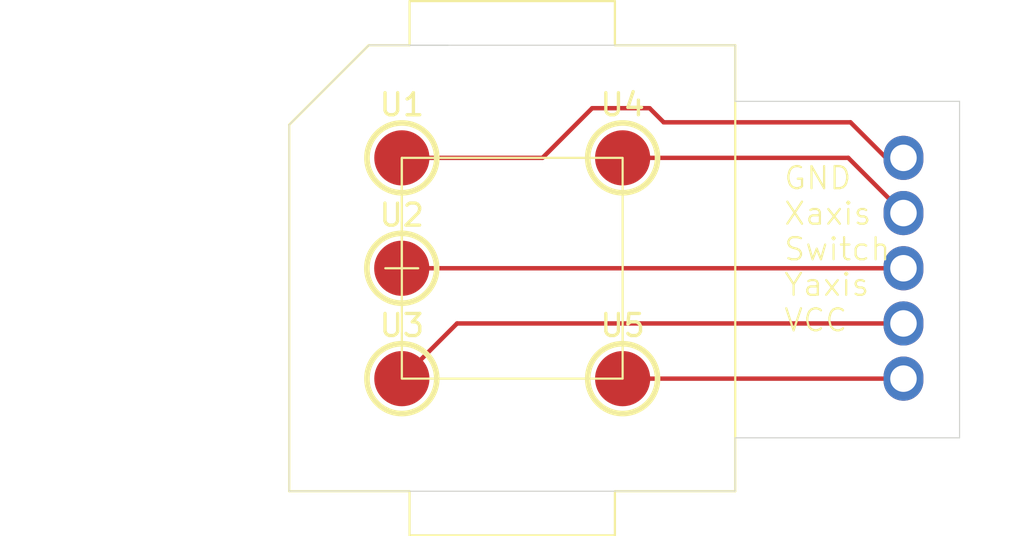
<source format=kicad_pcb>
(kicad_pcb (version 20240108) (generator "pcbnew") (generator_version "8.0")
  (layers (0 "F.Cu" signal) (31 "B.Cu" signal) (34 "B.Paste" user) (35 "F.Paste" user) (36 "B.SilkS" user "B.Silkscreen") (37 "F.SilkS" user "F.Silkscreen") (38 "B.Mask" user) (39 "F.Mask" user) (44 "Edge.Cuts" user))
  (net 0 "")
  (footprint "Pad_gge1516998" (layer "F.Cu") (at 113.14 73.3 180)
    (property "Reference" "Pad_gge1516998" (hide yes))
    (property "Value" "Pad_gge1516998" (hide yes))
    (pad "2" thru_hole oval (at 0 0 180) (size 1.8 2) (drill 1.2) (layers "*.Cu" "*.Mask"))
  )
  (footprint "Pad_gge1516998" (layer "F.Cu") (at 113.14 70.8 180)
    (property "Reference" "Pad_gge1516998" (hide yes))
    (property "Value" "Pad_gge1516998" (hide yes))
    (pad "2" thru_hole oval (at 0 0 180) (size 1.8 2) (drill 1.2) (layers "*.Cu" "*.Mask"))
  )
  (footprint "parts:SMD_BD2.0-L2.0-W2.0_C9900001905 pogo pin" (layer "F.Cu") (at 90.42 75.8)
    (property "Reference" "U3" (at 0 -2.408 0) (layer "F.SilkS"))
    (property "Value" "SMD_BD2.0-L2.0-W2.0_C9900001905 pogo pin")
    (fp_circle (center 0 0) (end 1.581 0) (stroke (width 0.254)) (fill none) (layer "F.SilkS"))
    (pad "1" smd circle (at 0 0) (size 2.5 2.5) (layers "F.Cu" "F.Paste" "F.Mask"))
  )
  (footprint "parts:SMD_BD2.0-L2.0-W2.0_C9900001905 pogo pin" (layer "F.Cu") (at 100.42 75.8)
    (property "Reference" "U5" (at 0 -2.408 0) (layer "F.SilkS"))
    (property "Value" "SMD_BD2.0-L2.0-W2.0_C9900001905 pogo pin")
    (fp_circle (center 0 0) (end 1.581 0) (stroke (width 0.254)) (fill none) (layer "F.SilkS"))
    (pad "1" smd circle (at 0 0) (size 2.5 2.5) (layers "F.Cu" "F.Paste" "F.Mask"))
  )
  (footprint "Pad_gge1516998" (layer "F.Cu") (at 113.14 65.8 180)
    (property "Reference" "Pad_gge1516998" (hide yes))
    (property "Value" "Pad_gge1516998" (hide yes))
    (pad "2" thru_hole oval (at 0 0 180) (size 1.8 2) (drill 1.2) (layers "*.Cu" "*.Mask"))
  )
  (footprint "parts:SMD_BD2.0-L2.0-W2.0_C9900001905 pogo pin" (layer "F.Cu") (at 90.415 70.8)
    (property "Reference" "U2" (at 0 -2.408 0) (layer "F.SilkS"))
    (property "Value" "SMD_BD2.0-L2.0-W2.0_C9900001905 pogo pin")
    (fp_circle (center 0 0) (end 1.581 0) (stroke (width 0.254)) (fill none) (layer "F.SilkS"))
    (pad "1" smd circle (at 0 0) (size 2.5 2.5) (layers "F.Cu" "F.Paste" "F.Mask"))
  )
  (footprint "parts:SMD_BD2.0-L2.0-W2.0_C9900001905 pogo pin" (layer "F.Cu") (at 90.42 65.8)
    (property "Reference" "U1" (at 0 -2.408 0) (layer "F.SilkS"))
    (property "Value" "SMD_BD2.0-L2.0-W2.0_C9900001905 pogo pin")
    (fp_circle (center 0 0) (end 1.581 0) (stroke (width 0.254)) (fill none) (layer "F.SilkS"))
    (pad "1" smd circle (at 0 0) (size 2.5 2.5) (layers "F.Cu" "F.Paste" "F.Mask"))
  )
  (footprint "parts:SMD_BD2.0-L2.0-W2.0_C9900001905 pogo pin" (layer "F.Cu") (at 100.42 65.8)
    (property "Reference" "U4" (at 0 -2.408 0) (layer "F.SilkS"))
    (property "Value" "SMD_BD2.0-L2.0-W2.0_C9900001905 pogo pin")
    (fp_circle (center 0 0) (end 1.581 0) (stroke (width 0.254)) (fill none) (layer "F.SilkS"))
    (pad "1" smd circle (at 0 0) (size 2.5 2.5) (layers "F.Cu" "F.Paste" "F.Mask"))
  )
  (footprint "Pad_gge1516998" (layer "F.Cu") (at 113.14 68.3 180)
    (property "Reference" "Pad_gge1516998" (hide yes))
    (property "Value" "Pad_gge1516998" (hide yes))
    (pad "2" thru_hole oval (at 0 0 180) (size 1.8 2) (drill 1.2) (layers "*.Cu" "*.Mask"))
  )
  (footprint "Pad_gge1516998" (layer "F.Cu") (at 113.14 75.8 180)
    (property "Reference" "Pad_gge1516998" (hide yes))
    (property "Value" "Pad_gge1516998" (hide yes))
    (pad "2" thru_hole oval (at 0 0 180) (size 1.8 2) (drill 1.2) (layers "*.Cu" "*.Mask"))
  )
  (gr_line (start 85.32 64.3) (end 85.32 80.9) (stroke (width 0.1)) (layer "F.SilkS"))
  (gr_line (start 90.77 58.7) (end 90.77 60.7) (stroke (width 0.1)) (layer "F.SilkS"))
  (gr_line (start 90.77 82.9) (end 100.07 82.9) (stroke (width 0.1)) (layer "F.SilkS"))
  (gr_line (start 100.07 80.9) (end 105.52 80.9) (stroke (width 0.1)) (layer "F.SilkS"))
  (gr_line (start 90.42 70.8) (end 90.42 65.8) (stroke (width 0.1)) (layer "F.SilkS"))
  (gr_line (start 91.16 70.8) (end 89.67 70.8) (stroke (width 0.1)) (layer "F.SilkS"))
  (gr_line (start 88.92 60.7) (end 90.77 60.7) (stroke (width 0.1)) (layer "F.SilkS"))
  (gr_line (start 85.32 80.9) (end 90.77 80.9) (stroke (width 0.1)) (layer "F.SilkS"))
  (gr_rect (start 90.42 65.8) (end 100.42 75.8) (stroke (width 0.1)) (fill none) (layer "F.SilkS"))
  (gr_line (start 105.52 80.9) (end 105.52 60.7) (stroke (width 0.1)) (layer "F.SilkS"))
  (gr_line (start 90.77 82.9) (end 90.77 80.9) (stroke (width 0.1)) (layer "F.SilkS"))
  (gr_line (start 100.07 58.7) (end 90.77 58.7) (stroke (width 0.1)) (layer "F.SilkS"))
  (gr_line (start 88.92 60.7) (end 85.32 64.3) (stroke (width 0.1)) (layer "F.SilkS"))
  (gr_line (start 100.07 60.7) (end 100.07 58.7) (stroke (width 0.1)) (layer "F.SilkS"))
  (gr_line (start 85.32 64.3) (end 88.92 60.7) (stroke (width 0.1)) (layer "F.SilkS"))
  (gr_line (start 105.52 60.7) (end 100.07 60.7) (stroke (width 0.1)) (layer "F.SilkS"))
  (gr_line (start 100.07 80.9) (end 100.07 82.9) (stroke (width 0.1)) (layer "F.SilkS"))
  (gr_line (start 105.52 80.9) (end 105.52 78.48) (stroke (width 0.05)) (layer "Edge.Cuts"))
  (gr_line (start 88.92 60.7) (end 85.32 64.3) (stroke (width 0.05)) (layer "Edge.Cuts"))
  (gr_line (start 105.52 60.7) (end 105.52 63.24) (stroke (width 0.05)) (layer "Edge.Cuts"))
  (gr_line (start 85.32 80.9) (end 105.52 80.9) (stroke (width 0.05)) (layer "Edge.Cuts"))
  (gr_line (start 105.52 78.48) (end 115.68 78.48) (stroke (width 0.05)) (layer "Edge.Cuts"))
  (gr_line (start 115.68 78.48) (end 115.68 63.24) (stroke (width 0.05)) (layer "Edge.Cuts"))
  (gr_line (start 85.32 64.3) (end 85.32 80.9) (stroke (width 0.05)) (layer "Edge.Cuts"))
  (gr_line (start 105.52 60.7) (end 88.92 60.7) (stroke (width 0.05)) (layer "Edge.Cuts"))
  (gr_line (start 92.52 60.7) (end 88.92 60.7) (stroke (width 0.05)) (layer "Edge.Cuts"))
  (gr_line (start 105.52 63.24) (end 115.68 63.24) (stroke (width 0.05)) (layer "Edge.Cuts"))
  (gr_text "GND\nXaxis\nSwitch\nYaxis\nVCC" (at 107.67 73.74 0) (layer "F.SilkS") (effects (font (size 1 1) (thickness 0.1)) (justify left bottom)))
  (segment (start 92.92 73.3) (end 90.42 75.8) (width 0.2) (layer "F.Cu") (net 0))
  (segment (start 90.42 65.8) (end 96.79 65.8) (width 0.2) (layer "F.Cu") (net 0))
  (segment (start 112.35 65.8) (end 113.14 65.8) (width 0.2) (layer "F.Cu") (net 0))
  (segment (start 110.64 65.8) (end 113.14 68.3) (width 0.2) (layer "F.Cu") (net 0))
  (segment (start 113.14 70.8) (end 90.415 70.8) (width 0.2) (layer "F.Cu") (net 0))
  (segment (start 113.14 73.3) (end 113.11 73.33) (width 0.2) (layer "F.Cu") (net 0))
  (segment (start 110.74 64.19) (end 112.35 65.8) (width 0.2) (layer "F.Cu") (net 0))
  (segment (start 113.14 75.8) (end 100.42 75.8) (width 0.2) (layer "F.Cu") (net 0))
  (segment (start 99.04 63.55) (end 101.64 63.55) (width 0.2) (layer "F.Cu") (net 0))
  (segment (start 113.14 73.3) (end 92.92 73.3) (width 0.2) (layer "F.Cu") (net 0))
  (segment (start 102.28 64.19) (end 110.74 64.19) (width 0.2) (layer "F.Cu") (net 0))
  (segment (start 96.79 65.8) (end 99.04 63.55) (width 0.2) (layer "F.Cu") (net 0))
  (segment (start 110.64 65.8) (end 100.42 65.8) (width 0.2) (layer "F.Cu") (net 0))
  (segment (start 101.64 63.55) (end 102.28 64.19) (width 0.2) (layer "F.Cu") (net 0))
)
</source>
